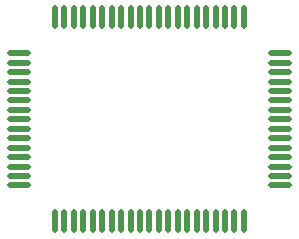
<source format=gbr>
%TF.GenerationSoftware,KiCad,Pcbnew,7.0.9-7.0.9~ubuntu20.04.1*%
%TF.CreationDate,2023-12-28T06:23:10+01:00*%
%TF.ProjectId,M50747_FP,4d353037-3437-45f4-9650-2e6b69636164,rev?*%
%TF.SameCoordinates,Original*%
%TF.FileFunction,Paste,Top*%
%TF.FilePolarity,Positive*%
%FSLAX46Y46*%
G04 Gerber Fmt 4.6, Leading zero omitted, Abs format (unit mm)*
G04 Created by KiCad (PCBNEW 7.0.9-7.0.9~ubuntu20.04.1) date 2023-12-28 06:23:10*
%MOMM*%
%LPD*%
G01*
G04 APERTURE LIST*
%ADD10O,0.500000X2.000000*%
%ADD11O,2.000000X0.500000*%
G04 APERTURE END LIST*
D10*
%TO.C,U1*%
X202338000Y-75692000D03*
X203138000Y-75692000D03*
X203938000Y-75692000D03*
X204738000Y-75692000D03*
X205538000Y-75692000D03*
X206338000Y-75692000D03*
X207138000Y-75692000D03*
X207938000Y-75692000D03*
X208738000Y-75692000D03*
X209538000Y-75692000D03*
X210338000Y-75692000D03*
X211138000Y-75692000D03*
X211938000Y-75692000D03*
X212738000Y-75692000D03*
X213538000Y-75692000D03*
X214338000Y-75692000D03*
X215138000Y-75692000D03*
X215938000Y-75692000D03*
X216738000Y-75692000D03*
X217538000Y-75692000D03*
X218338000Y-75692000D03*
D11*
X221388000Y-72642000D03*
X221388000Y-71842000D03*
X221388000Y-71042000D03*
X221388000Y-70242000D03*
X221388000Y-69442000D03*
X221388000Y-68642000D03*
X221388000Y-67842000D03*
X221388000Y-67042000D03*
X221388000Y-66242000D03*
X221388000Y-65442000D03*
X221388000Y-64642000D03*
X221388000Y-63842000D03*
X221388000Y-63042000D03*
X221388000Y-62242000D03*
X221388000Y-61442000D03*
D10*
X218338000Y-58392000D03*
X217538000Y-58392000D03*
X216738000Y-58392000D03*
X215938000Y-58392000D03*
X215138000Y-58392000D03*
X214338000Y-58392000D03*
X213538000Y-58392000D03*
X212738000Y-58392000D03*
X211938000Y-58392000D03*
X211138000Y-58392000D03*
X210338000Y-58392000D03*
X209538000Y-58392000D03*
X208738000Y-58392000D03*
X207938000Y-58392000D03*
X207138000Y-58392000D03*
X206338000Y-58392000D03*
X205538000Y-58392000D03*
X204738000Y-58392000D03*
X203938000Y-58392000D03*
X203138000Y-58392000D03*
X202338000Y-58392000D03*
D11*
X199288000Y-61442000D03*
X199288000Y-62242000D03*
X199288000Y-63042000D03*
X199288000Y-63842000D03*
X199288000Y-64642000D03*
X199288000Y-65442000D03*
X199288000Y-66242000D03*
X199288000Y-67042000D03*
X199288000Y-67842000D03*
X199288000Y-68642000D03*
X199288000Y-69442000D03*
X199288000Y-70242000D03*
X199288000Y-71042000D03*
X199288000Y-71842000D03*
X199288000Y-72642000D03*
%TD*%
M02*

</source>
